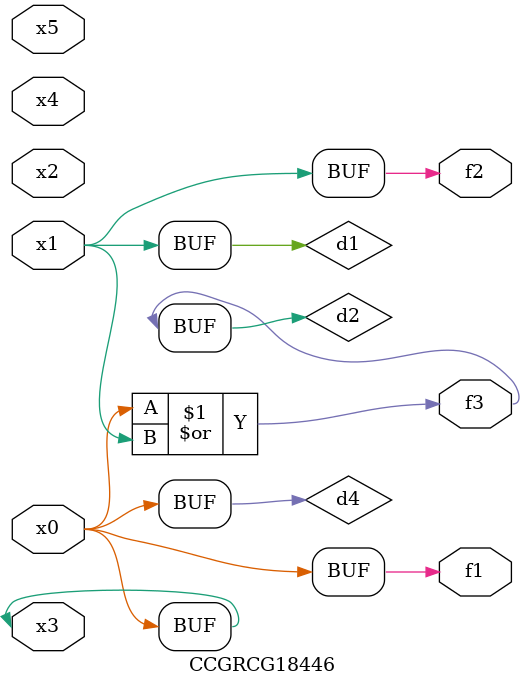
<source format=v>
module CCGRCG18446(
	input x0, x1, x2, x3, x4, x5,
	output f1, f2, f3
);

	wire d1, d2, d3, d4;

	and (d1, x1);
	or (d2, x0, x1);
	nand (d3, x0, x5);
	buf (d4, x0, x3);
	assign f1 = d4;
	assign f2 = d1;
	assign f3 = d2;
endmodule

</source>
